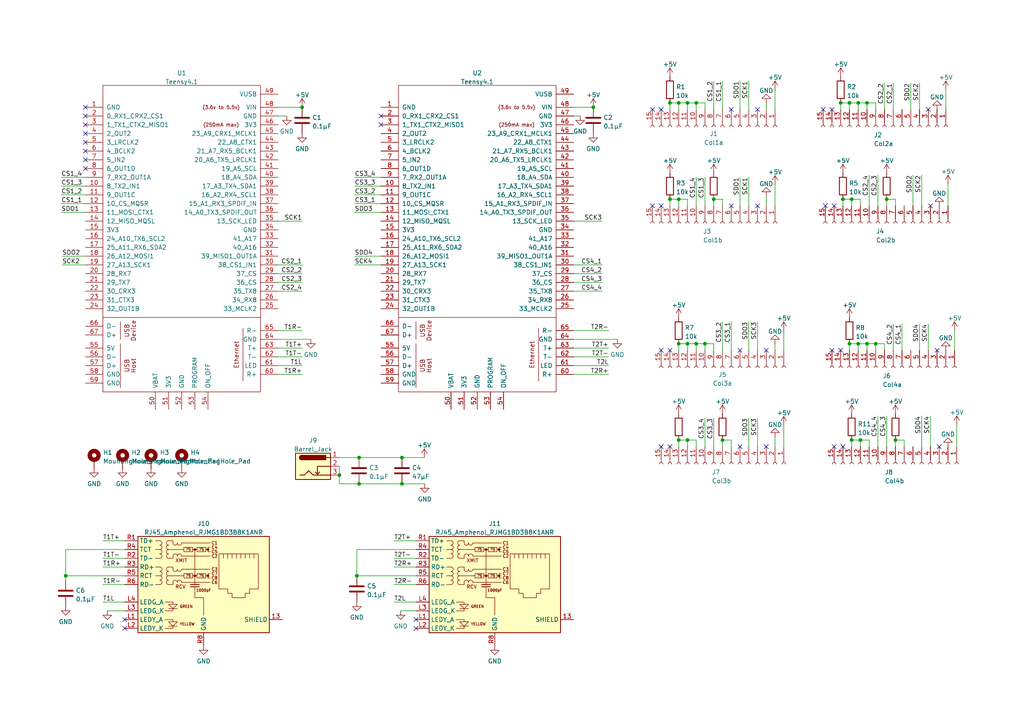
<source format=kicad_sch>
(kicad_sch (version 20230121) (generator eeschema)
  (paper "A4")
  (lib_symbols
    (symbol "Connector:Barrel_Jack_Switch_Pin3Ring" (pin_names hide)
      (property "Reference" "J" (at 0 5.334 0))
      (property "Value" "Barrel_Jack_Switch_Pin3Ring" (at 0 -5.08 0))
      (symbol "Barrel_Jack_Switch_Pin3Ring_1_1"
        (pin passive line (at 7.62 2.54 180) (length 2.54) (name "~") (number "1"))
        (pin passive line (at 7.62 0 180) (length 2.54) (name "~") (number "2"))
        (pin passive line (at 7.62 -2.54 180) (length 2.54) (name "~") (number "3"))
      )
    )
    (symbol "Connector:Conn_01x15_Female" (pin_names (offset 1.016) hide)
      (property "Reference" "J" (at 0 20.32 0))
      (property "Value" "Conn_01x15_Female" (at 0 -20.32 0))
      (symbol "Conn_01x15_Female_1_1"
        (pin passive line (at -5.08 17.78 0) (length 3.81) (name "Pin_1") (number "1"))
        (pin passive line (at -5.08 -5.08 0) (length 3.81) (name "Pin_10") (number "10"))
        (pin passive line (at -5.08 -7.62 0) (length 3.81) (name "Pin_11") (number "11"))
        (pin passive line (at -5.08 -10.16 0) (length 3.81) (name "Pin_12") (number "12"))
        (pin passive line (at -5.08 -12.7 0) (length 3.81) (name "Pin_13") (number "13"))
        (pin passive line (at -5.08 -15.24 0) (length 3.81) (name "Pin_14") (number "14"))
        (pin passive line (at -5.08 -17.78 0) (length 3.81) (name "Pin_15") (number "15"))
        (pin passive line (at -5.08 15.24 0) (length 3.81) (name "Pin_2") (number "2"))
        (pin passive line (at -5.08 12.7 0) (length 3.81) (name "Pin_3") (number "3"))
        (pin passive line (at -5.08 10.16 0) (length 3.81) (name "Pin_4") (number "4"))
        (pin passive line (at -5.08 7.62 0) (length 3.81) (name "Pin_5") (number "5"))
        (pin passive line (at -5.08 5.08 0) (length 3.81) (name "Pin_6") (number "6"))
        (pin passive line (at -5.08 2.54 0) (length 3.81) (name "Pin_7") (number "7"))
        (pin passive line (at -5.08 0 0) (length 3.81) (name "Pin_8") (number "8"))
        (pin passive line (at -5.08 -2.54 0) (length 3.81) (name "Pin_9") (number "9"))
      )
    )
    (symbol "Connector:RJ45_Amphenol_RJMG1BD3B8K1ANR"
      (property "Reference" "J" (at 19.05 15.24 0))
      (property "Value" "RJ45_Amphenol_RJMG1BD3B8K1ANR" (at -19.05 15.24 0))
      (symbol "RJ45_Amphenol_RJMG1BD3B8K1ANR_0_0"
        (text "1000pF" (at 0 -1.651 0) (effects (font (size 0.762 0.762))))
        (text "75" (at -4.445 2.54 0) (effects (font (size 0.762 0.762))))
        (text "75" (at -4.445 10.16 0) (effects (font (size 0.762 0.762))))
        (text "75" (at -0.635 2.54 0) (effects (font (size 0.762 0.762))))
        (text "75" (at -0.635 10.16 0) (effects (font (size 0.762 0.762))))
        (text "C1" (at 3.175 12.065 0) (effects (font (size 0.889 0.889))))
        (text "C2" (at 3.175 8.255 0) (effects (font (size 0.889 0.889))))
        (text "C3" (at 3.175 4.445 0) (effects (font (size 0.889 0.889))))
        (text "C4" (at 3.175 10.795 0) (effects (font (size 0.889 0.889))))
        (text "C5" (at 3.175 9.525 0) (effects (font (size 0.889 0.889))))
        (text "C6" (at 3.175 0.635 0) (effects (font (size 0.889 0.889))))
        (text "C7" (at 3.175 3.175 0) (effects (font (size 0.889 0.889))))
        (text "C8" (at 3.175 1.905 0) (effects (font (size 0.889 0.889))))
        (text "GREEN" (at -6.985 -6.35 0) (effects (font (size 0.762 0.762)) (justify left)))
        (text "RCV" (at -8.255 -0.635 0) (effects (font (size 1.016 1.016)) (justify left)))
        (text "XMIT" (at -8.255 6.985 0) (effects (font (size 1.016 1.016)) (justify left)))
        (text "YELLOW" (at -6.985 -11.43 0) (effects (font (size 0.762 0.762)) (justify left)))
      )
      (symbol "RJ45_Amphenol_RJMG1BD3B8K1ANR_1_1"
        (pin passive line (at 22.86 -10.16 180) (length 3.81) (name "SHIELD") (number "13"))
        (pin passive line (at -22.86 -10.16 0) (length 3.81) (name "LEDY_A") (number "L1"))
        (pin passive line (at -22.86 -12.7 0) (length 3.81) (name "LEDY_K") (number "L2"))
        (pin passive line (at -22.86 -7.62 0) (length 3.81) (name "LEDG_K") (number "L3"))
        (pin passive line (at -22.86 -5.08 0) (length 3.81) (name "LEDG_A") (number "L4"))
        (pin passive line (at -22.86 12.7 0) (length 3.81) (name "TD+") (number "R1"))
        (pin passive line (at -22.86 7.62 0) (length 3.81) (name "TD-") (number "R2"))
        (pin passive line (at -22.86 5.08 0) (length 3.81) (name "RD+") (number "R3"))
        (pin passive line (at -22.86 10.16 0) (length 3.81) (name "TCT") (number "R4"))
        (pin passive line (at -22.86 2.54 0) (length 3.81) (name "RCT") (number "R5"))
        (pin passive line (at -22.86 0 0) (length 3.81) (name "RD-") (number "R6"))
        (pin no_connect line (at 5.08 -5.08 0) (length 0) hide (name "NC") (number "R7"))
        (pin power_in line (at 0 -17.78 90) (length 3.81) (name "GND") (number "R8"))
      )
    )
    (symbol "Device:C" (pin_numbers hide) (pin_names (offset 0.254))
      (property "Reference" "C" (at 0.635 2.54 0))
      (property "Value" "C" (at 0.635 -2.54 0))
      (symbol "C_1_1"
        (pin passive line (at 0 3.81 270) (length 2.794) (name "~") (number "1"))
        (pin passive line (at 0 -3.81 90) (length 2.794) (name "~") (number "2"))
      )
    )
    (symbol "Device:R" (pin_numbers hide) (pin_names (offset 0))
      (property "Reference" "R" (at 2.032 0 90))
      (property "Value" "R" (at 0 0 90))
      (symbol "R_1_1"
        (pin passive line (at 0 3.81 270) (length 1.27) (name "~") (number "1"))
        (pin passive line (at 0 -3.81 90) (length 1.27) (name "~") (number "2"))
      )
    )
    (symbol "Mechanical:MountingHole_Pad" (pin_numbers hide) (pin_names (offset 1.016) hide)
      (property "Reference" "H" (at 0 6.35 0))
      (property "Value" "MountingHole_Pad" (at 0 4.445 0))
      (symbol "MountingHole_Pad_1_1"
        (pin input line (at 0 -2.54 90) (length 2.54) (name "1") (number "1"))
      )
    )
    (symbol "Teensy:Teensy4.1" (pin_names (offset 1.016))
      (property "Reference" "U" (at 0 64.77 0))
      (property "Value" "Teensy4.1" (at 0 62.23 0))
      (symbol "Teensy4.1_0_0"
        (text "(250mA max)" (at 11.43 49.53 0) (effects (font (size 1.016 1.016))))
        (text "(3.6v to 5.5v)" (at 11.43 54.61 0) (effects (font (size 1.016 1.016))))
        (text "Device" (at -13.97 -10.16 900) (effects (font (size 1.27 1.27))))
        (text "Ethernet" (at 15.875 -17.145 900) (effects (font (size 1.27 1.27))))
        (text "Host" (at -13.97 -20.32 900) (effects (font (size 1.27 1.27))))
        (text "USB" (at -15.875 -20.32 900) (effects (font (size 1.27 1.27))))
        (text "USB" (at -15.875 -10.16 900) (effects (font (size 1.27 1.27))))
        (pin bidirectional line (at -27.94 31.75 0) (length 5.08) (name "8_TX2_IN1") (number "10"))
        (pin bidirectional line (at -27.94 29.21 0) (length 5.08) (name "9_OUT1C") (number "11"))
        (pin bidirectional line (at -27.94 26.67 0) (length 5.08) (name "10_CS_MQSR") (number "12"))
        (pin bidirectional line (at -27.94 24.13 0) (length 5.08) (name "11_MOSI_CTX1") (number "13"))
        (pin bidirectional line (at -27.94 21.59 0) (length 5.08) (name "12_MISO_MQSL") (number "14"))
        (pin power_in line (at -27.94 19.05 0) (length 5.08) (name "3V3") (number "15"))
        (pin bidirectional line (at -27.94 16.51 0) (length 5.08) (name "24_A10_TX6_SCL2") (number "16"))
        (pin bidirectional line (at -27.94 13.97 0) (length 5.08) (name "25_A11_RX6_SDA2") (number "17"))
        (pin bidirectional line (at -27.94 11.43 0) (length 5.08) (name "26_A12_MOSI1") (number "18"))
        (pin bidirectional line (at -27.94 8.89 0) (length 5.08) (name "27_A13_SCK1") (number "19"))
        (pin bidirectional line (at -27.94 6.35 0) (length 5.08) (name "28_RX7") (number "20"))
        (pin bidirectional line (at -27.94 3.81 0) (length 5.08) (name "29_TX7") (number "21"))
        (pin bidirectional line (at -27.94 1.27 0) (length 5.08) (name "30_CRX3") (number "22"))
        (pin bidirectional line (at -27.94 -1.27 0) (length 5.08) (name "31_CTX3") (number "23"))
        (pin bidirectional line (at -27.94 -3.81 0) (length 5.08) (name "32_OUT1B") (number "24"))
        (pin bidirectional line (at 27.94 -3.81 180) (length 5.08) (name "33_MCLK2") (number "25"))
        (pin bidirectional line (at 27.94 -1.27 180) (length 5.08) (name "34_RX8") (number "26"))
        (pin bidirectional line (at 27.94 1.27 180) (length 5.08) (name "35_TX8") (number "27"))
        (pin bidirectional line (at 27.94 3.81 180) (length 5.08) (name "36_CS") (number "28"))
        (pin bidirectional line (at 27.94 6.35 180) (length 5.08) (name "37_CS") (number "29"))
        (pin bidirectional line (at 27.94 8.89 180) (length 5.08) (name "38_CS1_IN1") (number "30"))
        (pin bidirectional line (at 27.94 11.43 180) (length 5.08) (name "39_MISO1_OUT1A") (number "31"))
        (pin bidirectional line (at 27.94 13.97 180) (length 5.08) (name "40_A16") (number "32"))
        (pin bidirectional line (at 27.94 16.51 180) (length 5.08) (name "41_A17") (number "33"))
        (pin bidirectional line (at 27.94 21.59 180) (length 5.08) (name "13_SCK_LED") (number "35"))
        (pin bidirectional line (at 27.94 24.13 180) (length 5.08) (name "14_A0_TX3_SPDIF_OUT") (number "36"))
        (pin bidirectional line (at 27.94 26.67 180) (length 5.08) (name "15_A1_RX3_SPDIF_IN") (number "37"))
        (pin bidirectional line (at 27.94 29.21 180) (length 5.08) (name "16_A2_RX4_SCL1") (number "38"))
        (pin bidirectional line (at 27.94 31.75 180) (length 5.08) (name "17_A3_TX4_SDA1") (number "39"))
        (pin bidirectional line (at 27.94 34.29 180) (length 5.08) (name "18_A4_SDA") (number "40"))
        (pin bidirectional line (at 27.94 36.83 180) (length 5.08) (name "19_A5_SCL") (number "41"))
        (pin bidirectional line (at 27.94 39.37 180) (length 5.08) (name "20_A6_TX5_LRCLK1") (number "42"))
        (pin bidirectional line (at 27.94 41.91 180) (length 5.08) (name "21_A7_RX5_BCLK1") (number "43"))
        (pin bidirectional line (at 27.94 44.45 180) (length 5.08) (name "22_A8_CTX1") (number "44"))
        (pin bidirectional line (at 27.94 46.99 180) (length 5.08) (name "23_A9_CRX1_MCLK1") (number "45"))
        (pin output line (at 27.94 49.53 180) (length 5.08) (name "3V3") (number "46"))
        (pin output line (at 27.94 52.07 180) (length 5.08) (name "GND") (number "47"))
        (pin power_in line (at 27.94 54.61 180) (length 5.08) (name "VIN") (number "48"))
        (pin power_out line (at 27.94 58.42 180) (length 5.08) (name "VUSB") (number "49"))
        (pin bidirectional line (at -27.94 44.45 0) (length 5.08) (name "3_LRCLK2") (number "5"))
        (pin power_in line (at -7.62 -33.02 90) (length 5.08) (name "VBAT") (number "50"))
        (pin power_in line (at -3.81 -33.02 90) (length 5.08) (name "3V3") (number "51"))
        (pin input line (at 0 -33.02 90) (length 5.08) (name "GND") (number "52"))
        (pin input line (at 3.81 -33.02 90) (length 5.08) (name "PROGRAM") (number "53"))
        (pin input line (at 7.62 -33.02 90) (length 5.08) (name "ON_OFF") (number "54"))
        (pin power_out line (at -27.94 -15.24 0) (length 5.08) (name "5V") (number "55"))
        (pin bidirectional line (at -27.94 -17.78 0) (length 5.08) (name "D-") (number "56"))
        (pin bidirectional line (at -27.94 -20.32 0) (length 5.08) (name "D+") (number "57"))
        (pin power_in line (at -27.94 -22.86 0) (length 5.08) (name "GND") (number "58"))
        (pin power_in line (at -27.94 -25.4 0) (length 5.08) (name "GND") (number "59"))
        (pin bidirectional line (at -27.94 41.91 0) (length 5.08) (name "4_BCLK2") (number "6"))
        (pin bidirectional line (at 27.94 -22.86 180) (length 5.08) (name "R+") (number "60"))
        (pin bidirectional line (at 27.94 -20.32 180) (length 5.08) (name "LED") (number "61"))
        (pin bidirectional line (at 27.94 -17.78 180) (length 5.08) (name "T-") (number "62"))
        (pin bidirectional line (at 27.94 -15.24 180) (length 5.08) (name "T+") (number "63"))
        (pin power_in line (at 27.94 -12.7 180) (length 5.08) (name "GND") (number "64"))
        (pin bidirectional line (at 27.94 -10.16 180) (length 5.08) (name "R-") (number "65"))
        (pin bidirectional line (at -27.94 -8.89 0) (length 5.08) (name "D-") (number "66"))
        (pin bidirectional line (at -27.94 -11.43 0) (length 5.08) (name "D+") (number "67"))
        (pin bidirectional line (at -27.94 39.37 0) (length 5.08) (name "5_IN2") (number "7"))
        (pin bidirectional line (at -27.94 36.83 0) (length 5.08) (name "6_OUT1D") (number "8"))
        (pin bidirectional line (at -27.94 34.29 0) (length 5.08) (name "7_RX2_OUT1A") (number "9"))
      )
      (symbol "Teensy4.1_1_1"
        (pin power_in line (at -27.94 54.61 0) (length 5.08) (name "GND") (number "1"))
        (pin bidirectional line (at -27.94 52.07 0) (length 5.08) (name "0_RX1_CRX2_CS1") (number "2"))
        (pin bidirectional line (at -27.94 49.53 0) (length 5.08) (name "1_TX1_CTX2_MISO1") (number "3"))
        (pin power_in line (at 27.94 19.05 180) (length 5.08) (name "GND") (number "34"))
        (pin bidirectional line (at -27.94 46.99 0) (length 5.08) (name "2_OUT2") (number "4"))
      )
    )
    (symbol "power:+5V" (power) (pin_names (offset 0))
      (property "Value" "+5V" (at 0 3.556 0))
      (symbol "+5V_1_1"
        (pin power_in line (at 0 0 90) (length 0) hide (name "+5V") (number "1"))
      )
    )
    (symbol "power:GND" (power) (pin_names (offset 0))
      (property "Value" "GND" (at 0 -3.81 0))
      (symbol "GND_1_1"
        (pin power_in line (at 0 0 270) (length 0) hide (name "GND") (number "1"))
      )
    )
  )
  (junction (at 194.31 29.845))
  (junction (at 251.46 29.845))
  (junction (at 254 99.695))
  (junction (at 194.31 57.785))
  (junction (at 209.55 127.635))
  (junction (at 196.85 29.845))
  (junction (at 244.475 57.785))
  (junction (at 207.01 57.785))
  (junction (at 196.85 57.785))
  (junction (at 87.63 31.115))
  (junction (at 98.425 137.795))
  (junction (at 204.47 99.695))
  (junction (at 259.715 127.635))
  (junction (at 257.175 57.785))
  (junction (at 104.14 140.335))
  (junction (at 246.38 99.695))
  (junction (at 103.505 167.005))
  (junction (at 251.46 99.695))
  (junction (at 196.85 127.635))
  (junction (at 116.586 132.715))
  (junction (at 201.93 99.695))
  (junction (at 248.92 29.845))
  (junction (at 246.38 29.845))
  (junction (at 196.85 99.695))
  (junction (at 248.92 99.695))
  (junction (at 199.39 127.635))
  (junction (at 199.39 29.845))
  (junction (at 243.84 29.845))
  (junction (at 199.39 99.695))
  (junction (at 247.015 127.635))
  (junction (at 247.015 57.785))
  (junction (at 249.555 127.635))
  (junction (at 172.085 31.115))
  (junction (at 201.93 29.845))
  (junction (at 104.14 132.715))
  (junction (at 116.586 140.335))
  (junction (at 19.05 167.005))
  (no_connect (at 241.3 101.6))
  (no_connect (at 191.77 31.75))
  (no_connect (at 244.475 129.54))
  (no_connect (at 241.935 129.54))
  (no_connect (at 24.765 31.115))
  (no_connect (at 241.3 31.75))
  (no_connect (at 189.23 31.75))
  (no_connect (at 269.875 59.69))
  (no_connect (at 241.935 59.69))
  (no_connect (at 239.395 59.69))
  (no_connect (at 191.77 101.6))
  (no_connect (at 194.31 101.6))
  (no_connect (at 24.765 33.655))
  (no_connect (at 24.765 48.895))
  (no_connect (at 212.09 59.69))
  (no_connect (at 238.76 31.75))
  (no_connect (at 272.415 129.54))
  (no_connect (at 191.77 59.69))
  (no_connect (at 271.78 101.6))
  (no_connect (at 191.77 129.54))
  (no_connect (at 24.765 43.815))
  (no_connect (at 194.31 129.54))
  (no_connect (at 219.71 59.69))
  (no_connect (at 36.195 179.705))
  (no_connect (at 189.23 59.69))
  (no_connect (at 219.71 31.75))
  (no_connect (at 24.765 38.735))
  (no_connect (at 24.765 46.355))
  (no_connect (at 214.63 129.54))
  (no_connect (at 212.09 31.75))
  (no_connect (at 269.24 31.75))
  (no_connect (at 110.49 33.655))
  (no_connect (at 214.63 101.6))
  (no_connect (at 110.49 36.195))
  (no_connect (at 222.25 101.6))
  (no_connect (at 120.65 179.705))
  (no_connect (at 222.25 129.54))
  (no_connect (at 243.84 101.6))
  (no_connect (at 36.195 182.245))
  (no_connect (at 120.65 182.245))
  (no_connect (at 24.765 36.195))
  (no_connect (at 24.765 41.275))
  (wire (pts (xy 256.54 24.13) (xy 256.54 31.75)))
  (wire (pts (xy 254 99.695) (xy 256.54 99.695)))
  (wire (pts (xy 114.3 169.545) (xy 120.65 169.545)))
  (wire (pts (xy 80.645 76.835) (xy 87.63 76.835)))
  (wire (pts (xy 243.84 29.845) (xy 243.84 31.75)))
  (wire (pts (xy 257.175 57.785) (xy 259.715 57.785)))
  (wire (pts (xy 256.54 99.695) (xy 256.54 101.6)))
  (wire (pts (xy 120.65 167.005) (xy 103.505 167.005)))
  (wire (pts (xy 254 99.695) (xy 254 101.6)))
  (wire (pts (xy 18.034 76.835) (xy 24.765 76.835)))
  (wire (pts (xy 196.85 99.695) (xy 196.85 101.6)))
  (wire (pts (xy 217.17 121.285) (xy 217.17 129.54)))
  (wire (pts (xy 199.39 29.845) (xy 201.93 29.845)))
  (wire (pts (xy 102.87 53.975) (xy 110.49 53.975)))
  (wire (pts (xy 267.335 50.8) (xy 267.335 59.69)))
  (wire (pts (xy 166.37 84.455) (xy 174.625 84.455)))
  (wire (pts (xy 254 29.845) (xy 254 31.75)))
  (wire (pts (xy 110.49 51.435) (xy 102.87 51.435)))
  (wire (pts (xy 201.93 29.845) (xy 201.93 31.75)))
  (wire (pts (xy 98.425 135.255) (xy 98.425 137.795)))
  (wire (pts (xy 80.645 103.505) (xy 87.63 103.505)))
  (wire (pts (xy 166.37 64.135) (xy 174.625 64.135)))
  (wire (pts (xy 252.095 50.8) (xy 252.095 59.69)))
  (wire (pts (xy 29.845 161.925) (xy 36.195 161.925)))
  (wire (pts (xy 166.37 31.115) (xy 172.085 31.115)))
  (wire (pts (xy 194.31 29.845) (xy 196.85 29.845)))
  (wire (pts (xy 199.39 127.635) (xy 199.39 129.54)))
  (wire (pts (xy 204.47 29.845) (xy 204.47 31.75)))
  (wire (pts (xy 199.39 127.635) (xy 201.93 127.635)))
  (wire (pts (xy 98.425 137.795) (xy 98.425 140.335)))
  (wire (pts (xy 194.31 57.785) (xy 194.31 59.69)))
  (wire (pts (xy 214.63 59.69) (xy 214.63 51.435)))
  (wire (pts (xy 207.01 57.785) (xy 209.55 57.785)))
  (wire (pts (xy 102.87 56.515) (xy 110.49 56.515)))
  (wire (pts (xy 114.3 161.925) (xy 120.65 161.925)))
  (wire (pts (xy 259.08 24.13) (xy 259.08 31.75)))
  (wire (pts (xy 29.845 164.465) (xy 36.195 164.465)))
  (wire (pts (xy 166.37 95.885) (xy 176.53 95.885)))
  (wire (pts (xy 80.645 64.135) (xy 87.63 64.135)))
  (wire (pts (xy 103.505 159.385) (xy 103.505 167.005)))
  (wire (pts (xy 196.85 99.695) (xy 199.39 99.695)))
  (wire (pts (xy 251.46 99.695) (xy 251.46 101.6)))
  (wire (pts (xy 166.37 98.425) (xy 179.07 98.425)))
  (wire (pts (xy 224.79 126.746) (xy 224.79 129.54)))
  (wire (pts (xy 251.46 99.695) (xy 254 99.695)))
  (wire (pts (xy 98.425 132.715) (xy 104.14 132.715)))
  (wire (pts (xy 267.335 120.65) (xy 267.335 129.54)))
  (wire (pts (xy 249.555 57.785) (xy 249.555 59.69)))
  (wire (pts (xy 209.55 127.635) (xy 212.09 127.635)))
  (wire (pts (xy 257.175 57.785) (xy 257.175 59.69)))
  (wire (pts (xy 247.015 57.785) (xy 249.555 57.785)))
  (wire (pts (xy 243.84 29.845) (xy 246.38 29.845)))
  (wire (pts (xy 227.33 123.317) (xy 227.33 129.54)))
  (wire (pts (xy 201.93 29.845) (xy 204.47 29.845)))
  (wire (pts (xy 254.635 50.8) (xy 254.635 59.69)))
  (wire (pts (xy 201.93 51.435) (xy 201.93 59.69)))
  (wire (pts (xy 207.01 57.785) (xy 207.01 59.69)))
  (wire (pts (xy 204.47 99.695) (xy 204.47 101.6)))
  (wire (pts (xy 201.93 127.635) (xy 201.93 129.54)))
  (wire (pts (xy 204.47 121.285) (xy 204.47 129.54)))
  (wire (pts (xy 31.115 177.165) (xy 36.195 177.165)))
  (wire (pts (xy 29.845 174.625) (xy 36.195 174.625)))
  (wire (pts (xy 259.715 57.785) (xy 259.715 59.69)))
  (wire (pts (xy 259.715 127.635) (xy 259.715 129.54)))
  (wire (pts (xy 166.37 100.965) (xy 176.53 100.965)))
  (wire (pts (xy 209.55 57.785) (xy 209.55 59.69)))
  (wire (pts (xy 80.645 81.915) (xy 87.63 81.915)))
  (wire (pts (xy 217.17 23.495) (xy 217.17 31.75)))
  (wire (pts (xy 244.475 57.785) (xy 247.015 57.785)))
  (wire (pts (xy 264.16 24.13) (xy 264.16 31.75)))
  (wire (pts (xy 103.505 159.385) (xy 120.65 159.385)))
  (wire (pts (xy 80.645 106.045) (xy 87.63 106.045)))
  (wire (pts (xy 274.955 53.34) (xy 274.955 59.69)))
  (wire (pts (xy 104.14 140.335) (xy 116.586 140.335)))
  (wire (pts (xy 248.92 29.845) (xy 251.46 29.845)))
  (wire (pts (xy 104.14 132.715) (xy 116.586 132.715)))
  (wire (pts (xy 199.39 99.695) (xy 201.93 99.695)))
  (wire (pts (xy 217.17 51.435) (xy 217.17 59.69)))
  (wire (pts (xy 199.39 57.785) (xy 199.39 59.69)))
  (wire (pts (xy 266.7 24.13) (xy 266.7 31.75)))
  (wire (pts (xy 196.85 127.635) (xy 196.85 129.54)))
  (wire (pts (xy 219.71 121.285) (xy 219.71 129.54)))
  (wire (pts (xy 222.25 56.896) (xy 222.25 59.69)))
  (wire (pts (xy 244.475 57.785) (xy 244.475 59.69)))
  (wire (pts (xy 207.01 23.495) (xy 207.01 31.75)))
  (wire (pts (xy 219.71 93.345) (xy 219.71 101.6)))
  (wire (pts (xy 102.87 76.835) (xy 110.49 76.835)))
  (wire (pts (xy 166.37 106.045) (xy 176.53 106.045)))
  (wire (pts (xy 83.185 33.655) (xy 80.645 33.655)))
  (wire (pts (xy 277.495 123.19) (xy 277.495 129.54)))
  (wire (pts (xy 116.586 140.335) (xy 123.19 140.335)))
  (wire (pts (xy 196.85 127.635) (xy 199.39 127.635)))
  (wire (pts (xy 249.555 127.635) (xy 249.555 129.54)))
  (wire (pts (xy 166.37 103.505) (xy 176.53 103.505)))
  (wire (pts (xy 201.93 99.695) (xy 204.47 99.695)))
  (wire (pts (xy 259.715 127.635) (xy 262.255 127.635)))
  (wire (pts (xy 116.205 177.165) (xy 120.65 177.165)))
  (wire (pts (xy 166.37 76.835) (xy 174.625 76.835)))
  (wire (pts (xy 17.78 51.435) (xy 24.765 51.435)))
  (wire (pts (xy 269.875 120.65) (xy 269.875 129.54)))
  (wire (pts (xy 209.55 127.635) (xy 209.55 129.54)))
  (wire (pts (xy 114.3 156.845) (xy 120.65 156.845)))
  (wire (pts (xy 248.92 29.845) (xy 248.92 31.75)))
  (wire (pts (xy 204.47 99.695) (xy 207.01 99.695)))
  (wire (pts (xy 114.3 174.625) (xy 120.65 174.625)))
  (wire (pts (xy 196.85 29.845) (xy 199.39 29.845)))
  (wire (pts (xy 19.05 159.385) (xy 36.195 159.385)))
  (wire (pts (xy 102.87 61.595) (xy 110.49 61.595)))
  (wire (pts (xy 212.09 93.345) (xy 212.09 101.6)))
  (wire (pts (xy 254.635 120.65) (xy 254.635 129.54)))
  (wire (pts (xy 259.08 93.98) (xy 259.08 101.6)))
  (wire (pts (xy 209.55 23.495) (xy 209.55 31.75)))
  (wire (pts (xy 196.85 57.785) (xy 199.39 57.785)))
  (wire (pts (xy 247.015 57.785) (xy 247.015 59.69)))
  (wire (pts (xy 246.38 29.845) (xy 246.38 31.75)))
  (wire (pts (xy 276.86 95.885) (xy 276.86 101.6)))
  (wire (pts (xy 224.79 99.695) (xy 224.79 101.6)))
  (wire (pts (xy 261.62 93.98) (xy 261.62 101.6)))
  (wire (pts (xy 194.31 29.845) (xy 194.31 31.75)))
  (wire (pts (xy 168.275 33.655) (xy 166.37 33.655)))
  (wire (pts (xy 266.7 93.98) (xy 266.7 101.6)))
  (wire (pts (xy 248.92 99.695) (xy 248.92 101.6)))
  (wire (pts (xy 247.015 127.635) (xy 249.555 127.635)))
  (wire (pts (xy 212.09 127.635) (xy 212.09 129.54)))
  (wire (pts (xy 269.24 93.98) (xy 269.24 101.6)))
  (wire (pts (xy 80.645 95.885) (xy 87.63 95.885)))
  (wire (pts (xy 19.05 159.385) (xy 19.05 167.005)))
  (wire (pts (xy 247.015 127.635) (xy 247.015 129.54)))
  (wire (pts (xy 274.32 26.035) (xy 274.32 31.75)))
  (wire (pts (xy 196.85 57.785) (xy 196.85 59.69)))
  (wire (pts (xy 166.37 79.375) (xy 174.625 79.375)))
  (wire (pts (xy 222.25 29.845) (xy 222.25 31.75)))
  (wire (pts (xy 166.37 81.915) (xy 174.625 81.915)))
  (wire (pts (xy 246.38 99.695) (xy 246.38 101.6)))
  (wire (pts (xy 80.645 108.585) (xy 87.63 108.585)))
  (wire (pts (xy 246.38 99.695) (xy 248.92 99.695)))
  (wire (pts (xy 194.31 57.785) (xy 196.85 57.785)))
  (wire (pts (xy 217.17 93.345) (xy 217.17 101.6)))
  (wire (pts (xy 17.78 59.055) (xy 24.765 59.055)))
  (wire (pts (xy 262.255 127.635) (xy 262.255 129.54)))
  (wire (pts (xy 199.39 99.695) (xy 199.39 101.6)))
  (wire (pts (xy 17.78 56.515) (xy 24.765 56.515)))
  (wire (pts (xy 251.46 29.845) (xy 251.46 31.75)))
  (wire (pts (xy 196.85 29.845) (xy 196.85 31.75)))
  (wire (pts (xy 204.47 51.435) (xy 204.47 59.69)))
  (wire (pts (xy 264.795 50.8) (xy 264.795 59.69)))
  (wire (pts (xy 209.55 93.345) (xy 209.55 101.6)))
  (wire (pts (xy 227.33 95.885) (xy 227.33 101.6)))
  (wire (pts (xy 29.845 169.545) (xy 36.195 169.545)))
  (wire (pts (xy 249.555 127.635) (xy 252.095 127.635)))
  (wire (pts (xy 207.01 99.695) (xy 207.01 101.6)))
  (wire (pts (xy 246.38 29.845) (xy 248.92 29.845)))
  (wire (pts (xy 116.586 132.715) (xy 123.063 132.715)))
  (wire (pts (xy 29.845 156.845) (xy 36.195 156.845)))
  (wire (pts (xy 114.3 164.465) (xy 120.65 164.465)))
  (wire (pts (xy 207.01 121.285) (xy 207.01 129.54)))
  (wire (pts (xy 224.79 53.467) (xy 224.79 59.69)))
  (wire (pts (xy 18.034 74.295) (xy 24.765 74.295)))
  (wire (pts (xy 102.87 59.055) (xy 110.49 59.055)))
  (wire (pts (xy 224.79 26.035) (xy 224.79 31.75)))
  (wire (pts (xy 19.05 167.005) (xy 19.05 168.275)))
  (wire (pts (xy 19.05 167.005) (xy 36.195 167.005)))
  (wire (pts (xy 17.78 61.595) (xy 24.765 61.595)))
  (wire (pts (xy 248.92 99.695) (xy 251.46 99.695)))
  (wire (pts (xy 199.39 29.845) (xy 199.39 31.75)))
  (wire (pts (xy 214.63 23.495) (xy 214.63 31.75)))
  (wire (pts (xy 80.645 79.375) (xy 87.63 79.375)))
  (wire (pts (xy 251.46 29.845) (xy 254 29.845)))
  (wire (pts (xy 80.645 100.965) (xy 87.63 100.965)))
  (wire (pts (xy 80.645 31.115) (xy 87.63 31.115)))
  (wire (pts (xy 166.37 108.585) (xy 176.53 108.585)))
  (wire (pts (xy 17.78 53.975) (xy 24.765 53.975)))
  (wire (pts (xy 252.095 127.635) (xy 252.095 129.54)))
  (wire (pts (xy 257.175 120.65) (xy 257.175 129.54)))
  (wire (pts (xy 80.645 98.425) (xy 90.17 98.425)))
  (wire (pts (xy 102.87 74.295) (xy 110.49 74.295)))
  (wire (pts (xy 98.425 140.335) (xy 104.14 140.335)))
  (wire (pts (xy 201.93 99.695) (xy 201.93 101.6)))
  (wire (pts (xy 80.645 84.455) (xy 87.63 84.455)))
  (label "CS4_2" (at 259.08 93.98 270))
  (label "SCK4" (at 102.87 76.835 0))
  (label "CS4_4" (at 174.625 84.455 180))
  (label "CS3_3" (at 102.87 53.975 0))
  (label "CS1_4" (at 201.93 51.435 270))
  (label "CS3_1" (at 212.09 93.345 270))
  (label "CS4_1" (at 261.62 93.98 270))
  (label "T2R+" (at 176.53 108.585 180))
  (label "CS4_3" (at 257.175 120.65 270))
  (label "SCK4" (at 269.875 120.65 270))
  (label "T1R+" (at 87.63 108.585 180))
  (label "CS1_3" (at 204.47 51.435 270))
  (label "CS1_1" (at 209.55 23.495 270))
  (label "CS1_2" (at 17.78 56.515 0))
  (label "CS2_4" (at 87.63 84.455 180))
  (label "CS4_2" (at 174.625 79.375 180))
  (label "SDO2" (at 264.795 50.8 270))
  (label "SDO3" (at 102.87 61.595 0))
  (label "T1T-" (at 29.845 161.925 0))
  (label "CS2_1" (at 259.08 24.13 270))
  (label "SDO2" (at 264.16 24.13 270))
  (label "T2R-" (at 176.53 95.885 180))
  (label "CS2_2" (at 87.63 79.375 180))
  (label "T1T+" (at 87.63 100.965 180))
  (label "T2R+" (at 114.3 164.465 0))
  (label "CS3_4" (at 204.47 121.285 270))
  (label "CS1_4" (at 17.78 51.435 0))
  (label "T2T-" (at 176.53 103.505 180))
  (label "T2L" (at 114.3 174.625 0))
  (label "T1L" (at 87.63 106.045 180))
  (label "CS2_1" (at 87.63 76.835 180))
  (label "SCK2" (at 266.7 24.13 270))
  (label "SCK2" (at 18.034 76.835 0))
  (label "SCK1" (at 217.17 51.435 270))
  (label "T1R-" (at 29.845 169.545 0))
  (label "CS4_4" (at 254.635 120.65 270))
  (label "SCK2" (at 267.335 50.8 270))
  (label "CS4_1" (at 174.625 76.835 180))
  (label "SDO3" (at 217.17 93.345 270))
  (label "T1R+" (at 29.845 164.465 0))
  (label "SDO4" (at 266.7 93.98 270))
  (label "SDO4" (at 267.335 120.65 270))
  (label "T2T-" (at 114.3 161.925 0))
  (label "CS1_1" (at 17.78 59.055 0))
  (label "CS2_3" (at 254.635 50.8 270))
  (label "T2T+" (at 176.53 100.965 180))
  (label "SCK3" (at 174.625 64.135 180))
  (label "T1T+" (at 29.845 156.845 0))
  (label "T1T-" (at 87.63 103.505 180))
  (label "SDO1" (at 17.78 61.595 0))
  (label "CS3_4" (at 102.87 51.435 0))
  (label "CS2_3" (at 87.63 81.915 180))
  (label "T2R-" (at 114.3 169.545 0))
  (label "SCK4" (at 269.24 93.98 270))
  (label "SCK3" (at 219.71 93.345 270))
  (label "CS3_2" (at 209.55 93.345 270))
  (label "SDO2" (at 18.034 74.295 0))
  (label "CS1_2" (at 207.01 23.495 270))
  (label "CS3_1" (at 102.87 59.055 0))
  (label "SDO3" (at 217.17 121.285 270))
  (label "CS1_3" (at 17.78 53.975 0))
  (label "CS2_4" (at 252.095 50.8 270))
  (label "SDO1" (at 214.63 51.435 270))
  (label "CS2_2" (at 256.54 24.13 270))
  (label "SCK3" (at 219.71 121.285 270))
  (label "SDO4" (at 102.87 74.295 0))
  (label "CS3_2" (at 102.87 56.515 0))
  (label "T1R-" (at 87.63 95.885 180))
  (label "T1L" (at 29.845 174.625 0))
  (label "SCK1" (at 87.63 64.135 180))
  (label "CS3_3" (at 207.01 121.285 270))
  (label "T2T+" (at 114.3 156.845 0))
  (label "SCK1" (at 217.17 23.495 270))
  (label "SDO1" (at 214.63 23.495 270))
  (label "T2L" (at 176.53 106.045 180))
  (label "CS4_3" (at 174.625 81.915 180))
  (symbol (lib_id "power:GND") (at 222.25 29.845 180) (unit 1)
    (property "Reference" "#PWR03" (effects hide))
    (property "Value" "GND" (at 222.25 26.2692 0))
  )
  (symbol (lib_id "power:+5V") (at 274.32 26.035 0) (unit 1)
    (property "Reference" "#PWR02" (effects hide))
    (property "Value" "+5V" (at 274.32 22.4592 0))
  )
  (symbol (lib_id "power:+5V") (at 172.085 31.115 0) (unit 1)
    (property "Reference" "#PWR06" (effects hide))
    (property "Value" "+5V" (at 172.085 27.5392 0))
  )
  (symbol (lib_id "power:+5V") (at 276.86 95.885 0) (unit 1)
    (property "Reference" "#PWR018" (effects hide))
    (property "Value" "+5V" (at 276.86 92.3092 0))
  )
  (symbol (lib_id "power:GND") (at 35.56 135.89 0) (unit 1)
    (property "Reference" "#PWR036" (effects hide))
    (property "Value" "GND" (at 35.56 140.3334 0))
  )
  (symbol (lib_id "Device:R") (at 257.175 53.975 0) (unit 1)
    (property "Reference" "R6" (effects hide))
    (property "Value" "10k" (effects hide))
    (property "Footprint" "Resistor_THT:R_Axial_DIN0204_L3.6mm_D1.6mm_P1.90mm_Vertical" (effects hide))
  )
  (symbol (lib_id "power:+5V") (at 224.79 53.467 0) (unit 1)
    (property "Reference" "#PWR013" (effects hide))
    (property "Value" "+5V" (at 224.79 49.8912 0))
  )
  (symbol (lib_id "Device:C") (at 172.085 34.925 0) (unit 1)
    (property "Reference" "C2" (at 175.006 34.0903 0) (effects (justify left)))
    (property "Value" "0.1µF" (at 175.006 36.6272 0) (effects (justify left)))
    (property "Footprint" "Capacitor_THT:CP_Radial_Tantal_D4.5mm_P2.50mm" (effects hide))
  )
  (symbol (lib_id "power:GND") (at 179.07 98.425 0) (unit 1)
    (property "Reference" "#PWR020" (effects hide))
    (property "Value" "GND" (at 179.07 102.8684 0))
  )
  (symbol (lib_id "Device:R") (at 194.31 26.035 0) (unit 1)
    (property "Reference" "R1" (at 196.088 25.2003 0) (effects (justify left)))
    (property "Value" "10k" (at 196.088 27.7372 0) (effects (justify left)))
    (property "Footprint" "Resistor_THT:R_Axial_DIN0204_L3.6mm_D1.6mm_P1.90mm_Vertical" (effects hide))
  )
  (symbol (lib_id "power:GND") (at 271.78 31.75 180) (unit 1)
    (property "Reference" "#PWR07" (effects hide))
    (property "Value" "GND" (at 271.78 28.1742 0))
  )
  (symbol (lib_id "power:+5V") (at 194.31 22.225 0) (unit 1)
    (property "Reference" "#PWR0106" (effects hide))
    (property "Value" "+5V" (at 194.31 18.6492 0))
  )
  (symbol (lib_id "power:GND") (at 116.205 177.165 0) (unit 1)
    (property "Reference" "#PWR033" (effects hide))
    (property "Value" "GND" (at 116.205 181.6084 0))
  )
  (symbol (lib_id "power:GND") (at 31.115 177.165 0) (unit 1)
    (property "Reference" "#PWR032" (effects hide))
    (property "Value" "GND" (at 31.115 181.6084 0))
  )
  (symbol (lib_id "Device:C") (at 103.505 170.815 0) (unit 1)
    (property "Reference" "C5" (at 106.426 169.9803 0) (effects (justify left)))
    (property "Value" "0.1µF" (at 106.426 172.5172 0) (effects (justify left)))
    (property "Footprint" "Capacitor_THT:CP_Radial_Tantal_D4.5mm_P2.50mm" (effects hide))
  )
  (symbol (lib_id "power:+5V") (at 243.84 22.225 0) (unit 1)
    (property "Reference" "#PWR0102" (effects hide))
    (property "Value" "+5V" (at 243.84 18.6492 0))
  )
  (symbol (lib_id "power:GND") (at 83.185 33.655 0) (unit 1)
    (property "Reference" "#PWR08" (effects hide))
    (property "Value" "GND" (at 83.185 38.0984 0))
  )
  (symbol (lib_id "Connector:Conn_01x15_Female") (at 259.715 134.62 270) (unit 1)
    (property "Reference" "J8" (at 256.6162 136.9603 90) (effects (justify left)))
    (property "Value" "Col4b" (at 256.6162 139.4972 90) (effects (justify left)))
    (property "Footprint" "Connector_PinSocket_2.54mm:PinSocket_1x15_P2.54mm_Vertical" (effects hide))
  )
  (symbol (lib_id "Connector:RJ45_Amphenol_RJMG1BD3B8K1ANR") (at 143.51 169.545 0) (unit 1)
    (property "Reference" "J11" (at 143.51 151.8752 0))
    (property "Value" "RJ45_Amphenol_RJMG1BD3B8K1ANR" (at 143.51 154.4121 0))
    (property "Footprint" "Connector_RJ:RJ45_Amphenol_RJMG1BD3B8K1ANR" (effects hide))
    (property "Datasheet" "https://www.amphenolcanada.com/ProductSearch/Drawings/AC/RJMG1BD3B8K1ANR.PDF" (effects hide))
  )
  (symbol (lib_id "power:GND") (at 87.63 38.735 0) (unit 1)
    (property "Reference" "#PWR010" (effects hide))
    (property "Value" "GND" (at 87.63 43.1784 0))
  )
  (symbol (lib_id "Device:R") (at 196.85 95.885 0) (unit 1)
    (property "Reference" "R7" (at 198.628 95.0503 0) (effects (justify left)))
    (property "Value" "10k" (at 198.628 97.5872 0) (effects (justify left)))
    (property "Footprint" "Resistor_THT:R_Axial_DIN0204_L3.6mm_D1.6mm_P1.90mm_Vertical" (effects hide))
  )
  (symbol (lib_id "power:+5V") (at 277.495 123.19 0) (unit 1)
    (property "Reference" "#PWR023" (effects hide))
    (property "Value" "+5V" (at 277.495 119.6142 0))
  )
  (symbol (lib_id "Mechanical:MountingHole_Pad") (at 35.56 133.35 0) (unit 1)
    (property "Reference" "H2" (at 38.1 131.2453 0) (effects (justify left)))
    (property "Value" "MountingHole_Pad" (at 38.1 133.7822 0) (effects (justify left)))
    (property "Footprint" "MountingHole:MountingHole_4.5mm_Pad_Via" (effects hide))
  )
  (symbol (lib_id "Device:R") (at 207.01 53.975 0) (unit 1)
    (property "Reference" "R4" (effects hide))
    (property "Value" "10k" (effects hide))
    (property "Footprint" "Resistor_THT:R_Axial_DIN0204_L3.6mm_D1.6mm_P1.90mm_Vertical" (effects hide))
  )
  (symbol (lib_id "power:+5V") (at 246.38 92.075 0) (unit 1)
    (property "Reference" "#PWR0111" (effects hide))
    (property "Value" "+5V" (at 246.38 88.4992 0))
  )
  (symbol (lib_id "power:GND") (at 19.05 175.895 0) (unit 1)
    (property "Reference" "#PWR031" (effects hide))
    (property "Value" "GND" (at 19.05 180.3384 0))
  )
  (symbol (lib_id "power:+5V") (at 259.715 120.015 0) (unit 1)
    (property "Reference" "#PWR0108" (effects hide))
    (property "Value" "+5V" (at 259.715 116.4392 0))
  )
  (symbol (lib_id "power:GND") (at 272.415 59.69 180) (unit 1)
    (property "Reference" "#PWR015" (effects hide))
    (property "Value" "GND" (at 272.415 56.1142 0))
  )
  (symbol (lib_id "power:+5V") (at 227.33 123.317 0) (unit 1)
    (property "Reference" "#PWR024" (effects hide))
    (property "Value" "+5V" (at 227.33 119.7412 0))
  )
  (symbol (lib_id "power:GND") (at 27.305 135.89 0) (unit 1)
    (property "Reference" "#PWR026" (effects hide))
    (property "Value" "GND" (at 27.305 140.3334 0))
  )
  (symbol (lib_id "power:+5V") (at 87.63 31.115 0) (unit 1)
    (property "Reference" "#PWR05" (effects hide))
    (property "Value" "+5V" (at 87.63 27.5392 0))
  )
  (symbol (lib_id "power:+5V") (at 257.175 50.165 0) (unit 1)
    (property "Reference" "#PWR0101" (effects hide))
    (property "Value" "+5V" (at 257.175 46.5892 0))
  )
  (symbol (lib_id "Teensy:Teensy4.1") (at 138.43 85.725 0) (unit 1)
    (property "Reference" "U2" (at 138.43 21.1922 0))
    (property "Value" "Teensy4.1" (at 138.43 23.7291 0))
    (property "Footprint" "Teensy Footprints:Teensy41" (effects hide))
  )
  (symbol (lib_id "Mechanical:MountingHole_Pad") (at 43.815 133.35 0) (unit 1)
    (property "Reference" "H3" (at 46.355 131.2453 0) (effects (justify left)))
    (property "Value" "MountingHole_Pad" (at 46.355 133.7822 0) (effects (justify left)))
    (property "Footprint" "MountingHole:MountingHole_4.5mm_Pad_Via" (effects hide))
  )
  (symbol (lib_id "power:+5V") (at 244.475 50.165 0) (unit 1)
    (property "Reference" "#PWR0103" (effects hide))
    (property "Value" "+5V" (at 244.475 46.5892 0))
  )
  (symbol (lib_id "power:+5V") (at 227.33 95.885 0) (unit 1)
    (property "Reference" "#PWR017" (effects hide))
    (property "Value" "+5V" (at 227.33 92.3092 0))
  )
  (symbol (lib_id "power:+5V") (at 209.55 120.015 0) (unit 1)
    (property "Reference" "#PWR0105" (effects hide))
    (property "Value" "+5V" (at 209.55 116.4392 0))
  )
  (symbol (lib_id "Connector:RJ45_Amphenol_RJMG1BD3B8K1ANR") (at 59.055 169.545 0) (unit 1)
    (property "Reference" "J10" (at 59.055 151.8752 0))
    (property "Value" "RJ45_Amphenol_RJMG1BD3B8K1ANR" (at 59.055 154.4121 0))
    (property "Footprint" "Connector_RJ:RJ45_Amphenol_RJMG1BD3B8K1ANR" (effects hide))
    (property "Datasheet" "https://www.amphenolcanada.com/ProductSearch/Drawings/AC/RJMG1BD3B8K1ANR.PDF" (effects hide))
  )
  (symbol (lib_id "power:+5V") (at 123.063 132.715 0) (unit 1)
    (property "Reference" "#PWR028" (effects hide))
    (property "Value" "+5V" (at 123.063 129.1392 0))
  )
  (symbol (lib_id "Connector:Conn_01x15_Female") (at 209.55 134.62 270) (unit 1)
    (property "Reference" "J7" (at 206.4512 136.9603 90) (effects (justify left)))
    (property "Value" "Col3b" (at 206.4512 139.4972 90) (effects (justify left)))
    (property "Footprint" "Connector_PinSocket_2.54mm:PinSocket_1x15_P2.54mm_Vertical" (effects hide))
  )
  (symbol (lib_id "Connector:Conn_01x15_Female") (at 207.01 64.77 270) (unit 1)
    (property "Reference" "J3" (at 203.9112 67.1103 90) (effects (justify left)))
    (property "Value" "Col1b" (at 203.9112 69.6472 90) (effects (justify left)))
    (property "Footprint" "Connector_PinSocket_2.54mm:PinSocket_1x15_P2.54mm_Vertical" (effects hide))
  )
  (symbol (lib_id "Teensy:Teensy4.1") (at 52.705 85.725 0) (unit 1)
    (property "Reference" "U1" (at 52.705 21.1922 0))
    (property "Value" "Teensy4.1" (at 52.705 23.7291 0))
    (property "Footprint" "Teensy Footprints:Teensy41" (effects hide))
  )
  (symbol (lib_id "Mechanical:MountingHole_Pad") (at 27.305 133.35 0) (unit 1)
    (property "Reference" "H1" (at 29.845 131.2453 0) (effects (justify left)))
    (property "Value" "MountingHole_Pad" (at 29.845 133.7822 0) (effects (justify left)))
    (property "Footprint" "MountingHole:MountingHole_4.5mm_Pad_Via" (effects hide))
  )
  (symbol (lib_id "Device:R") (at 243.84 26.035 0) (unit 1)
    (property "Reference" "R2" (at 245.618 25.2003 0) (effects (justify left)))
    (property "Value" "10k" (at 245.618 27.7372 0) (effects (justify left)))
    (property "Footprint" "Resistor_THT:R_Axial_DIN0204_L3.6mm_D1.6mm_P1.90mm_Vertical" (effects hide))
  )
  (symbol (lib_id "Connector:Conn_01x15_Female") (at 209.55 106.68 270) (unit 1)
    (property "Reference" "J5" (at 209.55 108.6596 90))
    (property "Value" "Col3a" (at 209.55 111.1965 90))
    (property "Footprint" "Connector_PinSocket_2.54mm:PinSocket_1x15_P2.54mm_Vertical" (effects hide))
  )
  (symbol (lib_id "power:+5V") (at 224.79 26.035 0) (unit 1)
    (property "Reference" "#PWR01" (effects hide))
    (property "Value" "+5V" (at 224.79 22.4592 0))
  )
  (symbol (lib_id "power:GND") (at 224.79 99.695 180) (unit 1)
    (property "Reference" "#PWR021" (effects hide))
    (property "Value" "GND" (at 224.79 96.1192 0))
  )
  (symbol (lib_id "power:GND") (at 59.055 187.325 0) (unit 1)
    (property "Reference" "#PWR034" (effects hide))
    (property "Value" "GND" (at 59.055 191.7684 0))
  )
  (symbol (lib_id "power:+5V") (at 247.015 120.015 0) (unit 1)
    (property "Reference" "#PWR0107" (effects hide))
    (property "Value" "+5V" (at 247.015 116.4392 0))
  )
  (symbol (lib_id "power:GND") (at 90.17 98.425 0) (unit 1)
    (property "Reference" "#PWR019" (effects hide))
    (property "Value" "GND" (at 90.17 102.8684 0))
  )
  (symbol (lib_id "Device:R") (at 259.715 123.825 0) (unit 1)
    (property "Reference" "R12" (effects hide))
    (property "Value" "10k" (effects hide))
    (property "Footprint" "Resistor_THT:R_Axial_DIN0204_L3.6mm_D1.6mm_P1.90mm_Vertical" (effects hide))
  )
  (symbol (lib_id "power:GND") (at 274.955 129.54 180) (unit 1)
    (property "Reference" "#PWR027" (effects hide))
    (property "Value" "GND" (at 274.955 125.9642 0))
  )
  (symbol (lib_id "power:GND") (at 222.25 56.896 180) (unit 1)
    (property "Reference" "#PWR014" (effects hide))
    (property "Value" "GND" (at 222.25 53.3202 0))
  )
  (symbol (lib_id "Connector:Conn_01x15_Female") (at 257.175 64.77 270) (unit 1)
    (property "Reference" "J4" (at 254.0762 67.1103 90) (effects (justify left)))
    (property "Value" "Col2b" (at 254.0762 69.6472 90) (effects (justify left)))
    (property "Footprint" "Connector_PinSocket_2.54mm:PinSocket_1x15_P2.54mm_Vertical" (effects hide))
  )
  (symbol (lib_id "power:GND") (at 168.275 33.655 0) (unit 1)
    (property "Reference" "#PWR09" (effects hide))
    (property "Value" "GND" (at 168.275 38.0984 0))
  )
  (symbol (lib_id "Device:C") (at 104.14 136.525 0) (unit 1)
    (property "Reference" "C3" (at 107.061 135.6903 0) (effects (justify left)))
    (property "Value" "0.1µF" (at 107.061 138.2272 0) (effects (justify left)))
    (property "Footprint" "Capacitor_THT:CP_Radial_Tantal_D4.5mm_P2.50mm" (effects hide))
  )
  (symbol (lib_id "power:GND") (at 274.32 101.6 180) (unit 1)
    (property "Reference" "#PWR022" (effects hide))
    (property "Value" "GND" (at 274.32 98.0242 0))
  )
  (symbol (lib_id "Mechanical:MountingHole_Pad") (at 52.705 133.35 0) (unit 1)
    (property "Reference" "H4" (at 55.245 131.2453 0) (effects (justify left)))
    (property "Value" "MountingHole_Pad" (at 55.245 133.7822 0) (effects (justify left)))
    (property "Footprint" "MountingHole:MountingHole_4.5mm_Pad_Via" (effects hide))
  )
  (symbol (lib_id "Connector:Barrel_Jack_Switch_Pin3Ring") (at 90.805 135.255 0) (unit 1)
    (property "Reference" "J9" (at 90.805 127.7452 0))
    (property "Value" "Barrel_Jack" (at 90.805 130.2821 0))
    (property "Footprint" "Connector_BarrelJack:BarrelJack_Kycon_KLDX-0202-xC_Horizontal" (effects hide))
    (property "DigKey" "2092-KLDX-0202-A-ND" (effects hide))
  )
  (symbol (lib_id "Connector:Conn_01x15_Female") (at 259.08 106.68 270) (unit 1)
    (property "Reference" "J6" (at 255.9812 109.0203 90) (effects (justify left)))
    (property "Value" "Col4a" (at 255.9812 111.5572 90) (effects (justify left)))
    (property "Footprint" "Connector_PinSocket_2.54mm:PinSocket_1x15_P2.54mm_Vertical" (effects hide))
  )
  (symbol (lib_id "power:+5V") (at 207.01 50.165 0) (unit 1)
    (property "Reference" "#PWR0109" (effects hide))
    (property "Value" "+5V" (at 207.01 46.5892 0))
  )
  (symbol (lib_id "Device:R") (at 209.55 123.825 0) (unit 1)
    (property "Reference" "R10" (effects hide))
    (property "Value" "10k" (effects hide))
    (property "Footprint" "Resistor_THT:R_Axial_DIN0204_L3.6mm_D1.6mm_P1.90mm_Vertical" (effects hide))
  )
  (symbol (lib_id "power:GND") (at 43.815 135.89 0) (unit 1)
    (property "Reference" "#PWR037" (effects hide))
    (property "Value" "GND" (at 43.815 140.3334 0))
  )
  (symbol (lib_id "Connector:Conn_01x15_Female") (at 256.54 36.83 270) (unit 1)
    (property "Reference" "J2" (at 253.4412 39.1703 90) (effects (justify left)))
    (property "Value" "Col2a" (at 253.4412 41.7072 90) (effects (justify left)))
    (property "Footprint" "Connector_PinSocket_2.54mm:PinSocket_1x15_P2.54mm_Vertical" (effects hide))
  )
  (symbol (lib_id "Device:C") (at 87.63 34.925 180) (unit 1)
    (property "Reference" "C1" (at 90.551 34.0903 0) (effects (justify right)))
    (property "Value" "0.1µF" (at 90.551 36.6272 0) (effects (justify right)))
    (property "Footprint" "Capacitor_THT:CP_Radial_Tantal_D4.5mm_P2.50mm" (effects hide))
    (property "Digi-Key" "478-9315-ND" (effects hide))
  )
  (symbol (lib_id "power:+5V") (at 196.85 120.015 0) (unit 1)
    (property "Reference" "#PWR0104" (effects hide))
    (property "Value" "+5V" (at 196.85 116.4392 0))
  )
  (symbol (lib_id "power:GND") (at 172.085 38.735 0) (unit 1)
    (property "Reference" "#PWR011" (effects hide))
    (property "Value" "GND" (at 172.085 43.1784 0))
  )
  (symbol (lib_id "Device:R") (at 244.475 53.975 0) (unit 1)
    (property "Reference" "R5" (at 246.253 53.1403 0) (effects (justify left)))
    (property "Value" "10k" (at 246.253 55.6772 0) (effects (justify left)))
    (property "Footprint" "Resistor_THT:R_Axial_DIN0204_L3.6mm_D1.6mm_P1.90mm_Vertical" (effects hide))
  )
  (symbol (lib_id "Connector:Conn_01x15_Female") (at 207.01 36.83 270) (unit 1)
    (property "Reference" "J1" (at 207.01 38.8096 90))
    (property "Value" "Col1a" (at 207.01 41.3465 90))
    (property "Footprint" "Connector_PinSocket_2.54mm:PinSocket_1x15_P2.54mm_Vertical" (effects hide))
    (property "DigiKey" "PPPC151LFBN-RC" (effects hide))
  )
  (symbol (lib_id "Device:C") (at 116.586 136.525 0) (unit 1)
    (property "Reference" "C4" (at 119.507 135.6903 0) (effects (justify left)))
    (property "Value" "47µF" (at 119.507 138.2272 0) (effects (justify left)))
    (property "Footprint" "Capacitor_THT:CP_Radial_Tantal_D4.5mm_P2.50mm" (effects hide))
  )
  (symbol (lib_id "Device:R") (at 194.31 53.975 0) (unit 1)
    (property "Reference" "R3" (at 196.088 53.1403 0) (effects (justify left)))
    (property "Value" "10k" (at 196.088 55.6772 0) (effects (justify left)))
    (property "Footprint" "Resistor_THT:R_Axial_DIN0204_L3.6mm_D1.6mm_P1.90mm_Vertical" (effects hide))
  )
  (symbol (lib_id "Device:R") (at 247.015 123.825 0) (unit 1)
    (property "Reference" "R11" (at 248.793 122.9903 0) (effects (justify left)))
    (property "Value" "10k" (at 248.793 125.5272 0) (effects (justify left)))
    (property "Footprint" "Resistor_THT:R_Axial_DIN0204_L3.6mm_D1.6mm_P1.90mm_Vertical" (effects hide))
  )
  (symbol (lib_id "Device:R") (at 246.38 95.885 0) (unit 1)
    (property "Reference" "R8" (at 248.158 95.0503 0) (effects (justify left)))
    (property "Value" "10k" (at 248.158 97.5872 0) (effects (justify left)))
    (property "Footprint" "Resistor_THT:R_Axial_DIN0204_L3.6mm_D1.6mm_P1.90mm_Vertical" (effects hide))
  )
  (symbol (lib_id "power:+5V") (at 274.955 53.34 0) (unit 1)
    (property "Reference" "#PWR012" (effects hide))
    (property "Value" "+5V" (at 274.955 49.7642 0))
  )
  (symbol (lib_id "power:GND") (at 103.505 174.625 0) (unit 1)
    (property "Reference" "#PWR030" (effects hide))
    (property "Value" "GND" (at 103.505 179.0684 0))
  )
  (symbol (lib_id "Device:R") (at 196.85 123.825 0) (unit 1)
    (property "Reference" "R9" (effects hide))
    (property "Value" "10k" (effects hide))
    (property "Footprint" "Resistor_THT:R_Axial_DIN0204_L3.6mm_D1.6mm_P1.90mm_Vertical" (effects hide))
  )
  (symbol (lib_id "power:GND") (at 143.51 187.325 0) (unit 1)
    (property "Reference" "#PWR035" (effects hide))
    (property "Value" "GND" (at 143.51 191.7684 0))
  )
  (symbol (lib_id "power:+5V") (at 196.85 92.075 0) (unit 1)
    (property "Reference" "#PWR0112" (effects hide))
    (property "Value" "+5V" (at 196.85 88.4992 0))
  )
  (symbol (lib_id "power:GND") (at 52.705 135.89 0) (unit 1)
    (property "Reference" "#PWR038" (effects hide))
    (property "Value" "GND" (at 52.705 140.3334 0))
  )
  (symbol (lib_id "power:GND") (at 224.79 126.746 180) (unit 1)
    (property "Reference" "#PWR025" (effects hide))
    (property "Value" "GND" (at 224.79 123.1702 0))
  )
  (symbol (lib_id "power:GND") (at 123.19 140.335 0) (unit 1)
    (property "Reference" "#PWR029" (effects hide))
    (property "Value" "GND" (at 123.19 144.7784 0))
  )
  (symbol (lib_id "power:+5V") (at 194.31 50.165 0) (unit 1)
    (property "Reference" "#PWR0110" (effects hide))
    (property "Value" "+5V" (at 194.31 46.5892 0))
  )
  (symbol (lib_id "Device:C") (at 19.05 172.085 0) (unit 1)
    (property "Reference" "C6" (at 21.971 171.2503 0) (effects (justify left)))
    (property "Value" "0.1µF" (at 21.971 173.7872 0) (effects (justify left)))
    (property "Footprint" "Capacitor_THT:CP_Radial_Tantal_D4.5mm_P2.50mm" (effects hide))
  )
)
</source>
